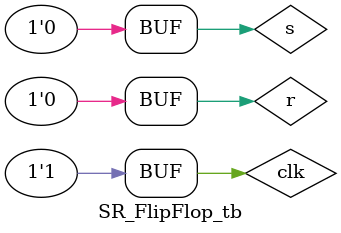
<source format=v>
`timescale 1ns / 1ps
module SR_FlipFlop(s,r,clk,q,qn);
input s,r,clk;
output reg q;
output reg qn;
always @(s or r or clk)
if(clk&s) {q,qn} <=2'b10;
else if (clk&r) {q,qn} <= 2'b01;
endmodule

module SR_FlipFlop_tb();
reg s,r,clk;
wire q,qn;
SR_FlipFlop UUT(.s(s),.r(r),.clk(clk),.q(q),.qn(qn));
initial begin 
    {s,r,clk} = 3'b101; #10;
    {s,r,clk} = 3'b001; #10;
    {r,s,clk} = 3'b101; #10;
    {s,r,clk} = 3'b001; #10;
end
endmodule

</source>
